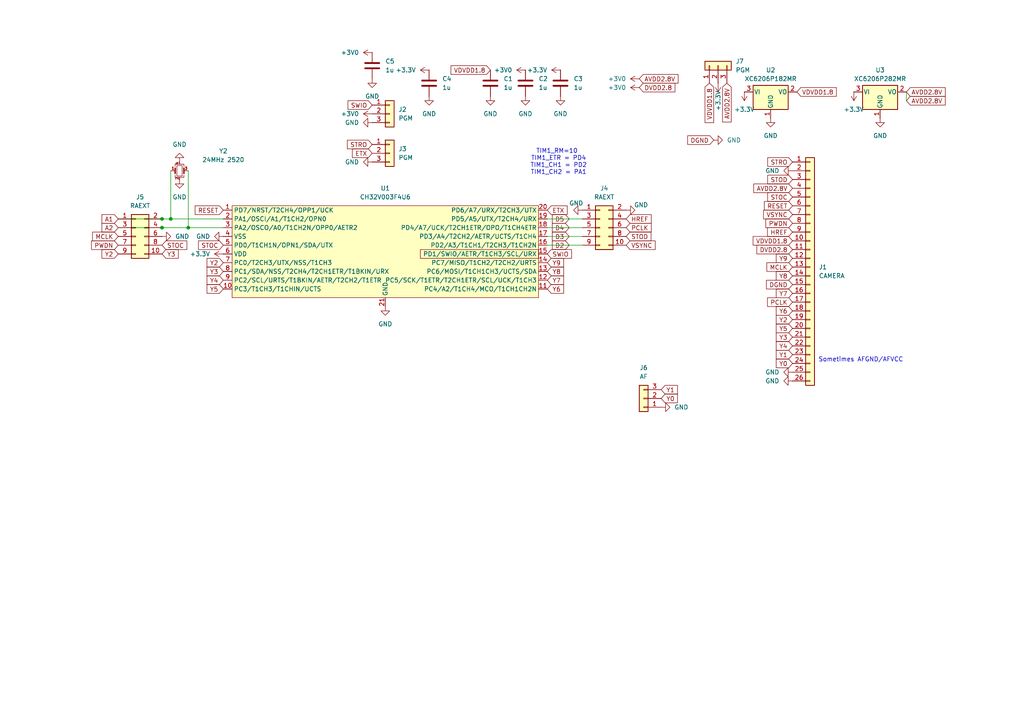
<source format=kicad_sch>
(kicad_sch (version 20250114) (generator "eeschema") (generator_version "9.0")
  (paper "A4")
  (lib_symbols
    (symbol "Connector_Generic:Conn_01x03" (pin_names (offset 1.016) (hide yes))
      (property "Reference" "J" (at 0 5.08 0))
      (property "Value" "Conn_01x03" (at 0 -5.08 0))
      (symbol "Conn_01x03_1_1"
        (rectangle (start -1.27 3.81) (end 1.27 -3.81) (stroke (width 0.254)) (fill (type background)))
        (rectangle (start -1.27 2.667) (end 0 2.413) (stroke (width 0.1524)))
        (rectangle (start -1.27 0.127) (end 0 -0.127) (stroke (width 0.1524)))
        (rectangle (start -1.27 -2.413) (end 0 -2.667) (stroke (width 0.1524)))
        (pin passive line (at -5.08 2.54 0) (length 3.81) (name "Pin_1") (number "1"))
        (pin passive line (at -5.08 0 0) (length 3.81) (name "Pin_2") (number "2"))
        (pin passive line (at -5.08 -2.54 0) (length 3.81) (name "Pin_3") (number "3"))
      )
    )
    (symbol "Connector_Generic:Conn_01x26" (pin_names (offset 1.016) (hide yes))
      (property "Reference" "J" (at 0 33.02 0))
      (property "Value" "Conn_01x26" (at 0 -35.56 0))
      (symbol "Conn_01x26_1_1"
        (rectangle (start -1.27 31.75) (end 1.27 -34.29) (stroke (width 0.254)) (fill (type background)))
        (rectangle (start -1.27 30.607) (end 0 30.353) (stroke (width 0.1524)))
        (rectangle (start -1.27 28.067) (end 0 27.813) (stroke (width 0.1524)))
        (rectangle (start -1.27 25.527) (end 0 25.273) (stroke (width 0.1524)))
        (rectangle (start -1.27 22.987) (end 0 22.733) (stroke (width 0.1524)))
        (rectangle (start -1.27 20.447) (end 0 20.193) (stroke (width 0.1524)))
        (rectangle (start -1.27 17.907) (end 0 17.653) (stroke (width 0.1524)))
        (rectangle (start -1.27 15.367) (end 0 15.113) (stroke (width 0.1524)))
        (rectangle (start -1.27 12.827) (end 0 12.573) (stroke (width 0.1524)))
        (rectangle (start -1.27 10.287) (end 0 10.033) (stroke (width 0.1524)))
        (rectangle (start -1.27 7.747) (end 0 7.493) (stroke (width 0.1524)))
        (rectangle (start -1.27 5.207) (end 0 4.953) (stroke (width 0.1524)))
        (rectangle (start -1.27 2.667) (end 0 2.413) (stroke (width 0.1524)))
        (rectangle (start -1.27 0.127) (end 0 -0.127) (stroke (width 0.1524)))
        (rectangle (start -1.27 -2.413) (end 0 -2.667) (stroke (width 0.1524)))
        (rectangle (start -1.27 -4.953) (end 0 -5.207) (stroke (width 0.1524)))
        (rectangle (start -1.27 -7.493) (end 0 -7.747) (stroke (width 0.1524)))
        (rectangle (start -1.27 -10.033) (end 0 -10.287) (stroke (width 0.1524)))
        (rectangle (start -1.27 -12.573) (end 0 -12.827) (stroke (width 0.1524)))
        (rectangle (start -1.27 -15.113) (end 0 -15.367) (stroke (width 0.1524)))
        (rectangle (start -1.27 -17.653) (end 0 -17.907) (stroke (width 0.1524)))
        (rectangle (start -1.27 -20.193) (end 0 -20.447) (stroke (width 0.1524)))
        (rectangle (start -1.27 -22.733) (end 0 -22.987) (stroke (width 0.1524)))
        (rectangle (start -1.27 -25.273) (end 0 -25.527) (stroke (width 0.1524)))
        (rectangle (start -1.27 -27.813) (end 0 -28.067) (stroke (width 0.1524)))
        (rectangle (start -1.27 -30.353) (end 0 -30.607) (stroke (width 0.1524)))
        (rectangle (start -1.27 -32.893) (end 0 -33.147) (stroke (width 0.1524)))
        (pin passive line (at -5.08 30.48 0) (length 3.81) (name "Pin_1") (number "1"))
        (pin passive line (at -5.08 27.94 0) (length 3.81) (name "Pin_2") (number "2"))
        (pin passive line (at -5.08 25.4 0) (length 3.81) (name "Pin_3") (number "3"))
        (pin passive line (at -5.08 22.86 0) (length 3.81) (name "Pin_4") (number "4"))
        (pin passive line (at -5.08 20.32 0) (length 3.81) (name "Pin_5") (number "5"))
        (pin passive line (at -5.08 17.78 0) (length 3.81) (name "Pin_6") (number "6"))
        (pin passive line (at -5.08 15.24 0) (length 3.81) (name "Pin_7") (number "7"))
        (pin passive line (at -5.08 12.7 0) (length 3.81) (name "Pin_8") (number "8"))
        (pin passive line (at -5.08 10.16 0) (length 3.81) (name "Pin_9") (number "9"))
        (pin passive line (at -5.08 7.62 0) (length 3.81) (name "Pin_10") (number "10"))
        (pin passive line (at -5.08 5.08 0) (length 3.81) (name "Pin_11") (number "11"))
        (pin passive line (at -5.08 2.54 0) (length 3.81) (name "Pin_12") (number "12"))
        (pin passive line (at -5.08 0 0) (length 3.81) (name "Pin_13") (number "13"))
        (pin passive line (at -5.08 -2.54 0) (length 3.81) (name "Pin_14") (number "14"))
        (pin passive line (at -5.08 -5.08 0) (length 3.81) (name "Pin_15") (number "15"))
        (pin passive line (at -5.08 -7.62 0) (length 3.81) (name "Pin_16") (number "16"))
        (pin passive line (at -5.08 -10.16 0) (length 3.81) (name "Pin_17") (number "17"))
        (pin passive line (at -5.08 -12.7 0) (length 3.81) (name "Pin_18") (number "18"))
        (pin passive line (at -5.08 -15.24 0) (length 3.81) (name "Pin_19") (number "19"))
        (pin passive line (at -5.08 -17.78 0) (length 3.81) (name "Pin_20") (number "20"))
        (pin passive line (at -5.08 -20.32 0) (length 3.81) (name "Pin_21") (number "21"))
        (pin passive line (at -5.08 -22.86 0) (length 3.81) (name "Pin_22") (number "22"))
        (pin passive line (at -5.08 -25.4 0) (length 3.81) (name "Pin_23") (number "23"))
        (pin passive line (at -5.08 -27.94 0) (length 3.81) (name "Pin_24") (number "24"))
        (pin passive line (at -5.08 -30.48 0) (length 3.81) (name "Pin_25") (number "25"))
        (pin passive line (at -5.08 -33.02 0) (length 3.81) (name "Pin_26") (number "26"))
      )
    )
    (symbol "Connector_Generic:Conn_02x05_Odd_Even" (pin_names (offset 1.016) (hide yes))
      (property "Reference" "J" (at 1.27 7.62 0))
      (property "Value" "Conn_02x05_Odd_Even" (at 1.27 -7.62 0))
      (symbol "Conn_02x05_Odd_Even_1_1"
        (rectangle (start -1.27 6.35) (end 3.81 -6.35) (stroke (width 0.254)) (fill (type background)))
        (rectangle (start -1.27 5.207) (end 0 4.953) (stroke (width 0.1524)))
        (rectangle (start -1.27 2.667) (end 0 2.413) (stroke (width 0.1524)))
        (rectangle (start -1.27 0.127) (end 0 -0.127) (stroke (width 0.1524)))
        (rectangle (start -1.27 -2.413) (end 0 -2.667) (stroke (width 0.1524)))
        (rectangle (start -1.27 -4.953) (end 0 -5.207) (stroke (width 0.1524)))
        (rectangle (start 3.81 5.207) (end 2.54 4.953) (stroke (width 0.1524)))
        (rectangle (start 3.81 2.667) (end 2.54 2.413) (stroke (width 0.1524)))
        (rectangle (start 3.81 0.127) (end 2.54 -0.127) (stroke (width 0.1524)))
        (rectangle (start 3.81 -2.413) (end 2.54 -2.667) (stroke (width 0.1524)))
        (rectangle (start 3.81 -4.953) (end 2.54 -5.207) (stroke (width 0.1524)))
        (pin passive line (at -5.08 5.08 0) (length 3.81) (name "Pin_1") (number "1"))
        (pin passive line (at -5.08 2.54 0) (length 3.81) (name "Pin_3") (number "3"))
        (pin passive line (at -5.08 0 0) (length 3.81) (name "Pin_5") (number "5"))
        (pin passive line (at -5.08 -2.54 0) (length 3.81) (name "Pin_7") (number "7"))
        (pin passive line (at -5.08 -5.08 0) (length 3.81) (name "Pin_9") (number "9"))
        (pin passive line (at 7.62 5.08 180) (length 3.81) (name "Pin_2") (number "2"))
        (pin passive line (at 7.62 2.54 180) (length 3.81) (name "Pin_4") (number "4"))
        (pin passive line (at 7.62 0 180) (length 3.81) (name "Pin_6") (number "6"))
        (pin passive line (at 7.62 -2.54 180) (length 3.81) (name "Pin_8") (number "8"))
        (pin passive line (at 7.62 -5.08 180) (length 3.81) (name "Pin_10") (number "10"))
      )
    )
    (symbol "Device:C" (pin_numbers (hide yes)) (pin_names (offset 0.254))
      (property "Reference" "C" (at 0.635 2.54 0))
      (property "Value" "C" (at 0.635 -2.54 0))
      (symbol "C_0_1"
        (polyline (pts (xy -2.032 0.762) (xy 2.032 0.762)) (stroke (width 0.508)))
        (polyline (pts (xy -2.032 -0.762) (xy 2.032 -0.762)) (stroke (width 0.508)))
      )
      (symbol "C_1_1"
        (pin passive line (at 0 3.81 270) (length 2.794) (name "~") (number "1"))
        (pin passive line (at 0 -3.81 90) (length 2.794) (name "~") (number "2"))
      )
    )
    (symbol "Device:Crystal_GND24_Small" (pin_names (offset 1.016) (hide yes))
      (property "Reference" "Y" (at 1.27 4.445 0))
      (property "Value" "Crystal_GND24_Small" (at 1.27 2.54 0))
      (symbol "Crystal_GND24_Small_0_1"
        (polyline (pts (xy -1.27 1.27) (xy -1.27 1.905) (xy 1.27 1.905) (xy 1.27 1.27)))
        (polyline (pts (xy -1.27 -0.762) (xy -1.27 0.762)) (stroke (width 0.381)))
        (polyline (pts (xy -1.27 -1.27) (xy -1.27 -1.905) (xy 1.27 -1.905) (xy 1.27 -1.27)))
        (rectangle (start -0.762 -1.524) (end 0.762 1.524))
        (polyline (pts (xy 1.27 -0.762) (xy 1.27 0.762)) (stroke (width 0.381)))
      )
      (symbol "Crystal_GND24_Small_1_1"
        (pin passive line (at -2.54 0 0) (length 1.27) (name "1") (number "1"))
        (pin passive line (at 0 2.54 270) (length 0.635) (name "4") (number "4"))
        (pin passive line (at 0 -2.54 90) (length 0.635) (name "2") (number "2"))
        (pin passive line (at 2.54 0 180) (length 1.27) (name "3") (number "3"))
      )
    )
    (symbol "Regulator_Linear:LT1085-3.6" (pin_names (offset 0.254))
      (property "Reference" "U" (at -3.81 3.175 0))
      (property "Value" "LT1085-3.6" (at 0 3.175 0))
      (symbol "LT1085-3.6_0_1"
        (rectangle (start -5.08 1.905) (end 5.08 -5.08) (stroke (width 0.254)) (fill (type background)))
      )
      (symbol "LT1085-3.6_1_1"
        (pin power_in line (at -7.62 0 0) (length 2.54) (name "VI") (number "3"))
        (pin power_in line (at 0 -7.62 90) (length 2.54) (name "GND") (number "1"))
        (pin power_out line (at 7.62 0 180) (length 2.54) (name "VO") (number "2"))
      )
    )
    (symbol "cnhardware:CH32V003F4U6"
      (property "Reference" "U2" (at 0 17.78 0))
      (property "Value" "CH32V003F4U6" (at 0 15.24 0))
      (symbol "CH32V003F4U6_0_1"
        (rectangle (start -44.45 12.7) (end 44.45 -13.97) (fill (type background)))
        (rectangle (start 10.16 0) (end 44.45 -2.54) (fill (type background)))
      )
      (symbol "CH32V003F4U6_1_1"
        (pin bidirectional line (at -46.99 11.43 0) (length 2.54) (name "PD7/NRST/T2CH4/OPP1/UCK") (number "1"))
        (pin bidirectional line (at -46.99 8.89 0) (length 2.54) (name "PA1/OSCI/A1/T1CH2/OPN0") (number "2"))
        (pin bidirectional line (at -46.99 6.35 0) (length 2.54) (name "PA2/OSCO/A0/T1CH2N/OPP0/AETR2") (number "3"))
        (pin bidirectional line (at -46.99 3.81 0) (length 2.54) (name "VSS") (number "4"))
        (pin bidirectional line (at -46.99 1.27 0) (length 2.54) (name "PD0/T1CH1N/OPN1/SDA/UTX") (number "5"))
        (pin bidirectional line (at -46.99 -1.27 0) (length 2.54) (name "VDD") (number "6"))
        (pin bidirectional line (at -46.99 -3.81 0) (length 2.54) (name "PC0/T2CH3/UTX/NSS/T1CH3") (number "7"))
        (pin bidirectional line (at -46.99 -6.35 0) (length 2.54) (name "PC1/SDA/NSS/T2CH4/T2CH1ETR/T1BKIN/URX") (number "8"))
        (pin bidirectional line (at -46.99 -8.89 0) (length 2.54) (name "PC2/SCL/URTS/T1BKIN/AETR/T2CH2/T1ETR") (number "9"))
        (pin bidirectional line (at -46.99 -11.43 0) (length 2.54) (name "PC3/T1CH3/T1CHIN/UCTS") (number "10"))
        (pin bidirectional line (at 0 -16.51 90) (length 2.54) (name "GND") (number "21"))
        (pin bidirectional line (at 46.99 11.43 180) (length 2.54) (name "PD6/A7/URX/T2CH3/UTX") (number "20"))
        (pin bidirectional line (at 46.99 8.89 180) (length 2.54) (name "PD5/A5/UTX/T2CH4/URX") (number "19"))
        (pin bidirectional line (at 46.99 6.35 180) (length 2.54) (name "PD4/A7/UCK/T2CH1ETR/OPO/T1CH4ETR") (number "18"))
        (pin bidirectional line (at 46.99 3.81 180) (length 2.54) (name "PD3/A4/T2CH2/AETR/UCTS/T1CH4") (number "17"))
        (pin bidirectional line (at 46.99 1.27 180) (length 2.54) (name "PD2/A3/T1CH1/T2CH3/T1CH2N") (number "16"))
        (pin bidirectional line (at 46.99 -1.27 180) (length 2.54) (name "PD1/SWIO/AETR/T1CH3/SCL/URX") (number "15"))
        (pin bidirectional line (at 46.99 -3.81 180) (length 2.54) (name "PC7/MISO/T1CH2/T2CH2/URTS") (number "14"))
        (pin bidirectional line (at 46.99 -6.35 180) (length 2.54) (name "PC6/MOSI/T1CH1CH3/UCTS/SDA") (number "13"))
        (pin bidirectional line (at 46.99 -8.89 180) (length 2.54) (name "PC5/SCK/T1ETR/T2CH1ETR/SCL/UCK/T1CH3") (number "12"))
        (pin bidirectional line (at 46.99 -11.43 180) (length 2.54) (name "PC4/A2/T1CH4/MCO/T1CH1CH2N") (number "11"))
      )
    )
    (symbol "power:+3.3V" (power) (pin_numbers (hide yes)) (pin_names (offset 0) (hide yes))
      (property "Value" "+3.3V" (at 0 3.556 0))
      (symbol "+3.3V_0_1"
        (polyline (pts (xy -0.762 1.27) (xy 0 2.54)))
        (polyline (pts (xy 0 2.54) (xy 0.762 1.27)))
        (polyline (pts (xy 0 0) (xy 0 2.54)))
      )
      (symbol "+3.3V_1_1"
        (pin power_in line (at 0 0 90) (length 0) (name "~") (number "1"))
      )
    )
    (symbol "power:+3V0" (power) (pin_numbers (hide yes)) (pin_names (offset 0) (hide yes))
      (property "Value" "+3V0" (at 0 3.556 0))
      (symbol "+3V0_0_1"
        (polyline (pts (xy -0.762 1.27) (xy 0 2.54)))
        (polyline (pts (xy 0 2.54) (xy 0.762 1.27)))
        (polyline (pts (xy 0 0) (xy 0 2.54)))
      )
      (symbol "+3V0_1_1"
        (pin power_in line (at 0 0 90) (length 0) (name "~") (number "1"))
      )
    )
    (symbol "power:GND" (power) (pin_numbers (hide yes)) (pin_names (offset 0) (hide yes))
      (property "Value" "GND" (at 0 -3.81 0))
      (symbol "GND_0_1"
        (polyline (pts (xy 0 0) (xy 0 -1.27) (xy 1.27 -1.27) (xy 0 -2.54) (xy -1.27 -1.27) (xy 0 -1.27)))
      )
      (symbol "GND_1_1"
        (pin power_in line (at 0 0 270) (length 0) (name "~") (number "1"))
      )
    )
  )
  (text "Sometimes AFGND/AFVCC" (at 249.682 104.394 0) (effects (font (size 1.27 1.27))))
  (text "TIM1_RM=10\n TIM1_ETR = PD4\n TIM1_CH1 = PD2\n TIM1_CH2 = PA1" (at 161.544 46.99 0) (effects (font (size 1.27 1.27))))
  (junction (at 49.53 63.5))
  (junction (at 54.61 66.04))
  (junction (at 46.99 63.5))
  (junction (at 46.99 66.04))
  (wire (pts (xy 54.61 49.53) (xy 54.61 66.04)))
  (wire (pts (xy 158.75 68.58) (xy 168.91 68.58)))
  (wire (pts (xy 34.29 63.5) (xy 46.99 63.5)))
  (wire (pts (xy 158.75 63.5) (xy 168.91 63.5)))
  (wire (pts (xy 49.53 63.5) (xy 64.77 63.5)))
  (wire (pts (xy 158.75 66.04) (xy 168.91 66.04)))
  (wire (pts (xy 262.89 26.67) (xy 262.89 29.21)))
  (wire (pts (xy 49.53 49.53) (xy 49.53 63.5)))
  (wire (pts (xy 46.99 66.04) (xy 54.61 66.04)))
  (wire (pts (xy 158.75 71.12) (xy 168.91 71.12)))
  (wire (pts (xy 54.61 66.04) (xy 64.77 66.04)))
  (wire (pts (xy 34.29 66.04) (xy 46.99 66.04)))
  (wire (pts (xy 46.99 63.5) (xy 49.53 63.5)))
  (global_label "Y7" (shape input) (at 229.87 85.09 180) (property "Intersheetrefs" "${INTERSHEET_REFS}" (effects (hide yes))))
  (global_label "Y5" (shape input) (at 64.77 83.82 180) (property "Intersheetrefs" "${INTERSHEET_REFS}" (effects (hide yes))))
  (global_label "STRO" (shape input) (at 229.87 46.99 180) (property "Intersheetrefs" "${INTERSHEET_REFS}" (effects (hide yes))))
  (global_label "VSYNC" (shape input) (at 229.87 62.23 180) (property "Intersheetrefs" "${INTERSHEET_REFS}" (effects (hide yes))))
  (global_label "Y8" (shape input) (at 158.75 78.74 0) (property "Intersheetrefs" "${INTERSHEET_REFS}" (effects (hide yes))))
  (global_label "HREF" (shape input) (at 229.87 67.31 180) (property "Intersheetrefs" "${INTERSHEET_REFS}" (effects (hide yes))))
  (global_label "PWDN" (shape input) (at 229.87 64.77 180) (property "Intersheetrefs" "${INTERSHEET_REFS}" (effects (hide yes))))
  (global_label "STRO" (shape input) (at 107.95 41.91 180) (property "Intersheetrefs" "${INTERSHEET_REFS}" (effects (hide yes))))
  (global_label "Y3" (shape input) (at 64.77 78.74 180) (property "Intersheetrefs" "${INTERSHEET_REFS}" (effects (hide yes))))
  (global_label "HREF" (shape input) (at 181.61 63.5 0) (property "Intersheetrefs" "${INTERSHEET_REFS}" (effects (hide yes))))
  (global_label "Y2" (shape input) (at 229.87 92.71 180) (property "Intersheetrefs" "${INTERSHEET_REFS}" (effects (hide yes))))
  (global_label "VSYNC" (shape input) (at 181.61 71.12 0) (property "Intersheetrefs" "${INTERSHEET_REFS}" (effects (hide yes))))
  (global_label "AVDD2.8V" (shape input) (at 262.89 26.67 0) (property "Intersheetrefs" "${INTERSHEET_REFS}" (effects (hide yes))))
  (global_label "Y3" (shape input) (at 46.99 73.66 0) (property "Intersheetrefs" "${INTERSHEET_REFS}" (effects (hide yes))))
  (global_label "AVDD2.8V" (shape input) (at 185.42 22.86 0) (property "Intersheetrefs" "${INTERSHEET_REFS}" (effects (hide yes))))
  (global_label "AVDD2.8V" (shape input) (at 262.89 29.21 0) (property "Intersheetrefs" "${INTERSHEET_REFS}" (effects (hide yes))))
  (global_label "RESET" (shape input) (at 229.87 59.69 180) (property "Intersheetrefs" "${INTERSHEET_REFS}" (effects (hide yes))))
  (global_label "D5" (shape input) (at 165.1 63.5 180) (property "Intersheetrefs" "${INTERSHEET_REFS}" (effects (hide yes))))
  (global_label "Y2" (shape input) (at 34.29 73.66 180) (property "Intersheetrefs" "${INTERSHEET_REFS}" (effects (hide yes))))
  (global_label "PWDN" (shape input) (at 34.29 71.12 180) (property "Intersheetrefs" "${INTERSHEET_REFS}" (effects (hide yes))))
  (global_label "DVDD2.8" (shape input) (at 229.87 72.39 180) (property "Intersheetrefs" "${INTERSHEET_REFS}" (effects (hide yes))))
  (global_label "PCLK" (shape input) (at 229.87 87.63 180) (property "Intersheetrefs" "${INTERSHEET_REFS}" (effects (hide yes))))
  (global_label "Y2" (shape input) (at 64.77 76.2 180) (property "Intersheetrefs" "${INTERSHEET_REFS}" (effects (hide yes))))
  (global_label "D2" (shape input) (at 165.1 71.12 180) (property "Intersheetrefs" "${INTERSHEET_REFS}" (effects (hide yes))))
  (global_label "Y4" (shape input) (at 64.77 81.28 180) (property "Intersheetrefs" "${INTERSHEET_REFS}" (effects (hide yes))))
  (global_label "MCLK" (shape input) (at 229.87 77.47 180) (property "Intersheetrefs" "${INTERSHEET_REFS}" (effects (hide yes))))
  (global_label "DGND" (shape input) (at 207.01 40.64 180) (property "Intersheetrefs" "${INTERSHEET_REFS}" (effects (hide yes))))
  (global_label "ETX" (shape input) (at 107.95 44.45 180) (property "Intersheetrefs" "${INTERSHEET_REFS}" (effects (hide yes))))
  (global_label "Y5" (shape input) (at 229.87 95.25 180) (property "Intersheetrefs" "${INTERSHEET_REFS}" (effects (hide yes))))
  (global_label "D4" (shape input) (at 165.1 66.04 180) (property "Intersheetrefs" "${INTERSHEET_REFS}" (effects (hide yes))))
  (global_label "AVDD2.8V" (shape input) (at 210.82 24.13 270) (property "Intersheetrefs" "${INTERSHEET_REFS}" (effects (hide yes))))
  (global_label "AVDD2.8V" (shape input) (at 229.87 54.61 180) (property "Intersheetrefs" "${INTERSHEET_REFS}" (effects (hide yes))))
  (global_label "Y1" (shape input) (at 229.87 102.87 180) (property "Intersheetrefs" "${INTERSHEET_REFS}" (effects (hide yes))))
  (global_label "A1" (shape input) (at 34.29 63.5 180) (property "Intersheetrefs" "${INTERSHEET_REFS}" (effects (hide yes))))
  (global_label "D3" (shape input) (at 165.1 68.58 180) (property "Intersheetrefs" "${INTERSHEET_REFS}" (effects (hide yes))))
  (global_label "Y0" (shape input) (at 191.77 115.57 0) (property "Intersheetrefs" "${INTERSHEET_REFS}" (effects (hide yes))))
  (global_label "VDVDD1.8" (shape input) (at 229.87 69.85 180) (property "Intersheetrefs" "${INTERSHEET_REFS}" (effects (hide yes))))
  (global_label "STOD" (shape input) (at 229.87 52.07 180) (property "Intersheetrefs" "${INTERSHEET_REFS}" (effects (hide yes))))
  (global_label "Y9" (shape input) (at 158.75 76.2 0) (property "Intersheetrefs" "${INTERSHEET_REFS}" (effects (hide yes))))
  (global_label "DGND" (shape input) (at 229.87 82.55 180) (property "Intersheetrefs" "${INTERSHEET_REFS}" (effects (hide yes))))
  (global_label "Y8" (shape input) (at 229.87 80.01 180) (property "Intersheetrefs" "${INTERSHEET_REFS}" (effects (hide yes))))
  (global_label "Y6" (shape input) (at 158.75 83.82 0) (property "Intersheetrefs" "${INTERSHEET_REFS}" (effects (hide yes))))
  (global_label "Y7" (shape input) (at 158.75 81.28 0) (property "Intersheetrefs" "${INTERSHEET_REFS}" (effects (hide yes))))
  (global_label "MCLK" (shape input) (at 34.29 68.58 180) (property "Intersheetrefs" "${INTERSHEET_REFS}" (effects (hide yes))))
  (global_label "A2" (shape input) (at 34.29 66.04 180) (property "Intersheetrefs" "${INTERSHEET_REFS}" (effects (hide yes))))
  (global_label "Y6" (shape input) (at 229.87 90.17 180) (property "Intersheetrefs" "${INTERSHEET_REFS}" (effects (hide yes))))
  (global_label "Y9" (shape input) (at 229.87 74.93 180) (property "Intersheetrefs" "${INTERSHEET_REFS}" (effects (hide yes))))
  (global_label "DVDD2.8" (shape input) (at 185.42 25.4 0) (property "Intersheetrefs" "${INTERSHEET_REFS}" (effects (hide yes))))
  (global_label "VDVDD1.8" (shape input) (at 205.74 24.13 270) (property "Intersheetrefs" "${INTERSHEET_REFS}" (effects (hide yes))))
  (global_label "SWIO" (shape input) (at 107.95 30.48 180) (property "Intersheetrefs" "${INTERSHEET_REFS}" (effects (hide yes))))
  (global_label "STOC" (shape input) (at 46.99 71.12 0) (property "Intersheetrefs" "${INTERSHEET_REFS}" (effects (hide yes))))
  (global_label "SWIO" (shape input) (at 158.75 73.66 0) (property "Intersheetrefs" "${INTERSHEET_REFS}" (effects (hide yes))))
  (global_label "VDVDD1.8" (shape input) (at 231.14 26.67 0) (property "Intersheetrefs" "${INTERSHEET_REFS}" (effects (hide yes))))
  (global_label "STOD" (shape input) (at 181.61 68.58 0) (property "Intersheetrefs" "${INTERSHEET_REFS}" (effects (hide yes))))
  (global_label "Y0" (shape input) (at 229.87 105.41 180) (property "Intersheetrefs" "${INTERSHEET_REFS}" (effects (hide yes))))
  (global_label "Y4" (shape input) (at 229.87 100.33 180) (property "Intersheetrefs" "${INTERSHEET_REFS}" (effects (hide yes))))
  (global_label "STOC" (shape input) (at 64.77 71.12 180) (property "Intersheetrefs" "${INTERSHEET_REFS}" (effects (hide yes))))
  (global_label "PCLK" (shape input) (at 181.61 66.04 0) (property "Intersheetrefs" "${INTERSHEET_REFS}" (effects (hide yes))))
  (global_label "RESET" (shape input) (at 64.77 60.96 180) (property "Intersheetrefs" "${INTERSHEET_REFS}" (effects (hide yes))))
  (global_label "Y3" (shape input) (at 229.87 97.79 180) (property "Intersheetrefs" "${INTERSHEET_REFS}" (effects (hide yes))))
  (global_label "STOC" (shape input) (at 229.87 57.15 180) (property "Intersheetrefs" "${INTERSHEET_REFS}" (effects (hide yes))))
  (global_label "Y1" (shape input) (at 191.77 113.03 0) (property "Intersheetrefs" "${INTERSHEET_REFS}" (effects (hide yes))))
  (global_label "VDVDD1.8" (shape input) (at 142.24 20.32 180) (property "Intersheetrefs" "${INTERSHEET_REFS}" (effects (hide yes))))
  (global_label "ETX" (shape input) (at 158.75 60.96 0) (property "Intersheetrefs" "${INTERSHEET_REFS}" (effects (hide yes))))
  (symbol (lib_id "power:GND") (at 152.4 27.94 0) (unit 1)
    (property "Reference" "#PWR012" (effects (hide yes)))
    (property "Value" "GND" (at 152.4 33.02 0))
    (property "Description" "Power symbol creates a global label with name \"GND\" , ground" (effects (hide yes)))
  )
  (symbol (lib_id "power:+3.3V") (at 215.9 26.67 180) (unit 1)
    (property "Reference" "#PWR025" (effects (hide yes)))
    (property "Value" "+3.3V" (at 215.9 31.75 0))
    (property "Description" "Power symbol creates a global label with name \"+3.3V\"" (effects (hide yes)))
  )
  (symbol (lib_id "power:GND") (at 181.61 60.96 90) (unit 1)
    (property "Reference" "#PWR018" (effects (hide yes)))
    (property "Value" "GND" (at 183.896 59.436 90) (effects (justify right)))
    (property "Description" "Power symbol creates a global label with name \"GND\" , ground" (effects (hide yes)))
  )
  (symbol (lib_id "power:GND") (at 107.95 22.86 0) (unit 1)
    (property "Reference" "#PWR032" (effects (hide yes)))
    (property "Value" "GND" (at 107.95 27.94 0))
    (property "Description" "Power symbol creates a global label with name \"GND\" , ground" (effects (hide yes)))
  )
  (symbol (lib_id "Connector_Generic:Conn_01x03") (at 113.03 44.45 0) (unit 1)
    (property "Reference" "J3" (at 115.57 43.1799 0) (effects (justify left)))
    (property "Value" "PGM" (at 115.57 45.7199 0) (effects (justify left)))
    (property "Footprint" "Connector_PinHeader_2.54mm:PinHeader_1x03_P2.54mm_Vertical" (effects (hide yes)))
    (property "Description" "Generic connector, single row, 01x03, script generated (kicad-library-utils/schlib/autogen/connector/)" (effects (hide yes)))
    (property "LCSC" "C2937625" (effects (hide yes)))
  )
  (symbol (lib_id "Connector_Generic:Conn_02x05_Odd_Even") (at 39.37 68.58 0) (unit 1)
    (property "Reference" "J5" (at 40.64 57.15 0))
    (property "Value" "RAEXT" (at 40.64 59.69 0))
    (property "Footprint" "Connector_PinHeader_2.54mm:PinHeader_2x05_P2.54mm_Vertical" (effects (hide yes)))
    (property "Description" "Generic connector, double row, 02x05, odd/even pin numbering scheme (row 1 odd numbers, row 2 even numbers), script generated (kicad-library-utils/schlib/autogen/connector/)" (effects (hide yes)))
    (property "LCSC" "C492422" (effects (hide yes)))
  )
  (symbol (lib_id "power:+3.3V") (at 247.65 26.67 180) (unit 1)
    (property "Reference" "#PWR026" (effects (hide yes)))
    (property "Value" "+3.3V" (at 247.65 31.75 0))
    (property "Description" "Power symbol creates a global label with name \"+3.3V\"" (effects (hide yes)))
  )
  (symbol (lib_id "Device:C") (at 124.46 24.13 0) (unit 1)
    (property "Reference" "C4" (at 128.27 22.8599 0) (effects (justify left)))
    (property "Value" "1u" (at 128.27 25.3999 0) (effects (justify left)))
    (property "Footprint" "Capacitor_SMD:C_0402_1005Metric" (effects (hide yes)))
    (property "Description" "Unpolarized capacitor" (effects (hide yes)))
    (property "LCSC" "C52923" (effects (hide yes)))
  )
  (symbol (lib_id "power:+3.3V") (at 124.46 20.32 90) (unit 1)
    (property "Reference" "#PWR030" (effects (hide yes)))
    (property "Value" "+3.3V" (at 120.65 20.3199 90) (effects (justify left)))
    (property "Description" "Power symbol creates a global label with name \"+3.3V\"" (effects (hide yes)))
  )
  (symbol (lib_id "power:GND") (at 223.52 34.29 0) (unit 1)
    (property "Reference" "#PWR024" (effects (hide yes)))
    (property "Value" "GND" (at 223.52 39.37 0))
    (property "Description" "Power symbol creates a global label with name \"GND\" , ground" (effects (hide yes)))
  )
  (symbol (lib_id "power:GND") (at 191.77 118.11 90) (unit 1)
    (property "Reference" "#PWR019" (effects (hide yes)))
    (property "Value" "GND" (at 195.58 118.1099 90) (effects (justify right)))
    (property "Description" "Power symbol creates a global label with name \"GND\" , ground" (effects (hide yes)))
  )
  (symbol (lib_id "Device:C") (at 107.95 19.05 0) (unit 1)
    (property "Reference" "C5" (at 111.76 17.7799 0) (effects (justify left)))
    (property "Value" "1u" (at 111.76 20.3199 0) (effects (justify left)))
    (property "Footprint" "Capacitor_SMD:C_0402_1005Metric" (effects (hide yes)))
    (property "Description" "Unpolarized capacitor" (effects (hide yes)))
    (property "LCSC" "C52923" (effects (hide yes)))
  )
  (symbol (lib_id "power:GND") (at 107.95 35.56 270) (unit 1)
    (property "Reference" "#PWR014" (effects (hide yes)))
    (property "Value" "GND" (at 104.14 35.5599 90) (effects (justify right)))
    (property "Description" "Power symbol creates a global label with name \"GND\" , ground" (effects (hide yes)))
  )
  (symbol (lib_id "power:+3.3V") (at 162.56 20.32 90) (unit 1)
    (property "Reference" "#PWR06" (effects (hide yes)))
    (property "Value" "+3.3V" (at 158.75 20.3199 90) (effects (justify left)))
    (property "Description" "Power symbol creates a global label with name \"+3.3V\"" (effects (hide yes)))
  )
  (symbol (lib_id "power:+3V0") (at 185.42 22.86 90) (unit 1)
    (property "Reference" "#PWR07" (effects (hide yes)))
    (property "Value" "+3V0" (at 181.61 22.8599 90) (effects (justify left)))
    (property "Description" "Power symbol creates a global label with name \"+3V0\"" (effects (hide yes)))
  )
  (symbol (lib_id "Regulator_Linear:LT1085-3.6") (at 223.52 26.67 0) (unit 1)
    (property "Reference" "U2" (at 223.52 20.32 0))
    (property "Value" "XC6206P182MR" (at 223.52 22.86 0))
    (property "Footprint" "Package_TO_SOT_SMD:SOT-23" (effects (hide yes)))
    (property "Datasheet" "https://www.analog.com/media/en/technical-documentation/data-sheets/1083ffe.pdf" (effects (hide yes)))
    (property "Description" "3.0A 20V LDO Linear Regulator, Fixed Output 3.6V, TO-220/TO-263" (effects (hide yes)))
    (property "LCSC" "C347373" (effects (hide yes)))
  )
  (symbol (lib_id "power:+3V0") (at 107.95 15.24 90) (unit 1)
    (property "Reference" "#PWR031" (effects (hide yes)))
    (property "Value" "+3V0" (at 104.14 15.2399 90) (effects (justify left)))
    (property "Description" "Power symbol creates a global label with name \"+3V0\"" (effects (hide yes)))
  )
  (symbol (lib_id "power:GND") (at 229.87 107.95 270) (unit 1)
    (property "Reference" "#PWR02" (effects (hide yes)))
    (property "Value" "GND" (at 226.06 107.9499 90) (effects (justify right)))
    (property "Description" "Power symbol creates a global label with name \"GND\" , ground" (effects (hide yes)))
  )
  (symbol (lib_id "Regulator_Linear:LT1085-3.6") (at 255.27 26.67 0) (unit 1)
    (property "Reference" "U3" (at 255.27 20.32 0))
    (property "Value" "XC6206P282MR" (at 255.27 22.86 0))
    (property "Footprint" "Package_TO_SOT_SMD:SOT-23" (effects (hide yes)))
    (property "Datasheet" "https://www.analog.com/media/en/technical-documentation/data-sheets/1083ffe.pdf" (effects (hide yes)))
    (property "Description" "3.0A 20V LDO Linear Regulator, Fixed Output 3.6V, TO-220/TO-263" (effects (hide yes)))
    (property "LCSC" "C347374" (effects (hide yes)))
  )
  (symbol (lib_id "power:GND") (at 107.95 46.99 270) (unit 1)
    (property "Reference" "#PWR016" (effects (hide yes)))
    (property "Value" "GND" (at 104.14 46.9899 90) (effects (justify right)))
    (property "Description" "Power symbol creates a global label with name \"GND\" , ground" (effects (hide yes)))
  )
  (symbol (lib_id "power:+3.3V") (at 208.28 24.13 180) (unit 1)
    (property "Reference" "#PWR011" (effects (hide yes)))
    (property "Value" "+3.3V" (at 208.28 29.21 90))
    (property "Description" "Power symbol creates a global label with name \"+3.3V\"" (effects (hide yes)))
  )
  (symbol (lib_id "power:GND") (at 162.56 27.94 0) (unit 1)
    (property "Reference" "#PWR013" (effects (hide yes)))
    (property "Value" "GND" (at 162.56 33.02 0))
    (property "Description" "Power symbol creates a global label with name \"GND\" , ground" (effects (hide yes)))
  )
  (symbol (lib_id "power:GND") (at 255.27 34.29 0) (unit 1)
    (property "Reference" "#PWR027" (effects (hide yes)))
    (property "Value" "GND" (at 255.27 39.37 0))
    (property "Description" "Power symbol creates a global label with name \"GND\" , ground" (effects (hide yes)))
  )
  (symbol (lib_id "power:GND") (at 229.87 49.53 270) (unit 1)
    (property "Reference" "#PWR03" (effects (hide yes)))
    (property "Value" "GND" (at 226.06 49.5299 90) (effects (justify right)))
    (property "Description" "Power symbol creates a global label with name \"GND\" , ground" (effects (hide yes)))
  )
  (symbol (lib_id "power:GND") (at 142.24 27.94 0) (unit 1)
    (property "Reference" "#PWR09" (effects (hide yes)))
    (property "Value" "GND" (at 142.24 33.02 0))
    (property "Description" "Power symbol creates a global label with name \"GND\" , ground" (effects (hide yes)))
  )
  (symbol (lib_id "power:+3.3V") (at 64.77 73.66 90) (unit 1)
    (property "Reference" "#PWR028" (effects (hide yes)))
    (property "Value" "+3.3V" (at 60.96 73.6599 90) (effects (justify left)))
    (property "Description" "Power symbol creates a global label with name \"+3.3V\"" (effects (hide yes)))
  )
  (symbol (lib_id "power:GND") (at 52.07 52.07 0) (unit 1)
    (property "Reference" "#PWR021" (effects (hide yes)))
    (property "Value" "GND" (at 52.07 57.15 0))
    (property "Description" "Power symbol creates a global label with name \"GND\" , ground" (effects (hide yes)))
  )
  (symbol (lib_id "power:GND") (at 46.99 68.58 90) (unit 1)
    (property "Reference" "#PWR020" (effects (hide yes)))
    (property "Value" "GND" (at 50.8 68.5799 90) (effects (justify right)))
    (property "Description" "Power symbol creates a global label with name \"GND\" , ground" (effects (hide yes)))
  )
  (symbol (lib_id "power:+3V0") (at 107.95 33.02 90) (unit 1)
    (property "Reference" "#PWR015" (effects (hide yes)))
    (property "Value" "+3V0" (at 104.14 33.0199 90) (effects (justify left)))
    (property "Description" "Power symbol creates a global label with name \"+3V0\"" (effects (hide yes)))
  )
  (symbol (lib_id "Connector_Generic:Conn_01x03") (at 208.28 19.05 90) (unit 1)
    (property "Reference" "J7" (at 213.36 17.7799 90) (effects (justify right)))
    (property "Value" "PGM" (at 213.36 20.3199 90) (effects (justify right)))
    (property "Footprint" "Connector_PinHeader_2.54mm:PinHeader_1x03_P2.54mm_Vertical" (effects (hide yes)))
    (property "Description" "Generic connector, single row, 01x03, script generated (kicad-library-utils/schlib/autogen/connector/)" (effects (hide yes)))
    (property "LCSC" "C2937625" (effects (hide yes)))
  )
  (symbol (lib_id "Device:C") (at 162.56 24.13 0) (unit 1)
    (property "Reference" "C3" (at 166.37 22.8599 0) (effects (justify left)))
    (property "Value" "1u" (at 166.37 25.3999 0) (effects (justify left)))
    (property "Footprint" "Capacitor_SMD:C_0402_1005Metric" (effects (hide yes)))
    (property "Description" "Unpolarized capacitor" (effects (hide yes)))
    (property "LCSC" "C52923" (effects (hide yes)))
  )
  (symbol (lib_id "power:GND") (at 64.77 68.58 270) (unit 1)
    (property "Reference" "#PWR05" (effects (hide yes)))
    (property "Value" "GND" (at 60.96 68.5799 90) (effects (justify right)))
    (property "Description" "Power symbol creates a global label with name \"GND\" , ground" (effects (hide yes)))
  )
  (symbol (lib_id "power:GND") (at 168.91 60.96 270) (unit 1)
    (property "Reference" "#PWR017" (effects (hide yes)))
    (property "Value" "GND" (at 169.164 58.928 90) (effects (justify right)))
    (property "Description" "Power symbol creates a global label with name \"GND\" , ground" (effects (hide yes)))
  )
  (symbol (lib_id "Connector_Generic:Conn_02x05_Odd_Even") (at 173.99 66.04 0) (unit 1)
    (property "Reference" "J4" (at 175.26 54.61 0))
    (property "Value" "RAEXT" (at 175.26 57.15 0))
    (property "Footprint" "Connector_PinHeader_2.54mm:PinHeader_2x05_P2.54mm_Vertical" (effects (hide yes)))
    (property "Description" "Generic connector, double row, 02x05, odd/even pin numbering scheme (row 1 odd numbers, row 2 even numbers), script generated (kicad-library-utils/schlib/autogen/connector/)" (effects (hide yes)))
    (property "LCSC" "C492422" (effects (hide yes)))
  )
  (symbol (lib_id "Device:C") (at 152.4 24.13 0) (unit 1)
    (property "Reference" "C2" (at 156.21 22.8599 0) (effects (justify left)))
    (property "Value" "1u" (at 156.21 25.3999 0) (effects (justify left)))
    (property "Footprint" "Capacitor_SMD:C_0402_1005Metric" (effects (hide yes)))
    (property "Description" "Unpolarized capacitor" (effects (hide yes)))
    (property "LCSC" "C52923" (effects (hide yes)))
  )
  (symbol (lib_id "Connector_Generic:Conn_01x03") (at 186.69 115.57 180) (unit 1)
    (property "Reference" "J6" (at 186.69 106.68 0))
    (property "Value" "AF" (at 186.69 109.22 0))
    (property "Footprint" "Connector_PinHeader_2.54mm:PinHeader_1x03_P2.54mm_Vertical" (effects (hide yes)))
    (property "Description" "Generic connector, single row, 01x03, script generated (kicad-library-utils/schlib/autogen/connector/)" (effects (hide yes)))
    (property "LCSC" "C2937625" (effects (hide yes)))
  )
  (symbol (lib_id "cnhardware:CH32V003F4U6") (at 111.76 72.39 0) (unit 1)
    (property "Reference" "U1" (at 111.76 54.61 0))
    (property "Value" "CH32V003F4U6" (at 111.76 57.15 0))
    (property "Footprint" "Package_DFN_QFN:QFN-20-1EP_3x3mm_P0.4mm_EP1.65x1.65mm" (effects (hide yes)))
    (property "LCSC" "C5299908" (effects (hide yes)))
  )
  (symbol (lib_id "power:GND") (at 124.46 27.94 0) (unit 1)
    (property "Reference" "#PWR029" (effects (hide yes)))
    (property "Value" "GND" (at 124.46 33.02 0))
    (property "Description" "Power symbol creates a global label with name \"GND\" , ground" (effects (hide yes)))
  )
  (symbol (lib_id "power:GND") (at 52.07 46.99 180) (unit 1)
    (property "Reference" "#PWR022" (effects (hide yes)))
    (property "Value" "GND" (at 52.07 41.91 0))
    (property "Description" "Power symbol creates a global label with name \"GND\" , ground" (effects (hide yes)))
  )
  (symbol (lib_id "power:+3V0") (at 185.42 25.4 90) (unit 1)
    (property "Reference" "#PWR08" (effects (hide yes)))
    (property "Value" "+3V0" (at 181.61 25.3999 90) (effects (justify left)))
    (property "Description" "Power symbol creates a global label with name \"+3V0\"" (effects (hide yes)))
  )
  (symbol (lib_id "Connector_Generic:Conn_01x26") (at 234.95 77.47 0) (unit 1)
    (property "Reference" "J1" (at 237.49 77.4699 0) (effects (justify left)))
    (property "Value" "CAMERA" (at 237.49 80.0099 0) (effects (justify left)))
    (property "Footprint" "cnhardware:XUNPU_FPC-05F-24PH15" (effects (hide yes)))
    (property "Description" "Generic connector, single row, 01x26, script generated (kicad-library-utils/schlib/autogen/connector/)" (effects (hide yes)))
    (property "LCSC" "C2856831" (effects (hide yes)))
  )
  (symbol (lib_id "Device:C") (at 142.24 24.13 0) (unit 1)
    (property "Reference" "C1" (at 146.05 22.8599 0) (effects (justify left)))
    (property "Value" "1u" (at 146.05 25.3999 0) (effects (justify left)))
    (property "Footprint" "Capacitor_SMD:C_0402_1005Metric" (effects (hide yes)))
    (property "Description" "Unpolarized capacitor" (effects (hide yes)))
    (property "LCSC" "C52923" (effects (hide yes)))
  )
  (symbol (lib_id "power:GND") (at 207.01 40.64 90) (unit 1)
    (property "Reference" "#PWR023" (effects (hide yes)))
    (property "Value" "GND" (at 210.82 40.6399 90) (effects (justify right)))
    (property "Description" "Power symbol creates a global label with name \"GND\" , ground" (effects (hide yes)))
  )
  (symbol (lib_id "power:GND") (at 111.76 88.9 0) (unit 1)
    (property "Reference" "#PWR04" (effects (hide yes)))
    (property "Value" "GND" (at 111.76 93.98 0))
    (property "Description" "Power symbol creates a global label with name \"GND\" , ground" (effects (hide yes)))
  )
  (symbol (lib_id "power:GND") (at 229.87 110.49 270) (unit 1)
    (property "Reference" "#PWR01" (effects (hide yes)))
    (property "Value" "GND" (at 226.06 110.4899 90) (effects (justify right)))
    (property "Description" "Power symbol creates a global label with name \"GND\" , ground" (effects (hide yes)))
  )
  (symbol (lib_id "Device:Crystal_GND24_Small") (at 52.07 49.53 0) (unit 1)
    (property "Reference" "Y2" (at 64.77 43.8082 0))
    (property "Value" "24MHz 2520" (at 64.77 46.3482 0))
    (property "Footprint" "Crystal:Crystal_SMD_2520-4Pin_2.5x2.0mm" (effects (hide yes)))
    (property "Description" "Four pin crystal, GND on pins 2 and 4, small symbol" (effects (hide yes)))
    (property "LCSC" "C2965580" (effects (hide yes)))
  )
  (symbol (lib_id "power:+3V0") (at 152.4 20.32 90) (unit 1)
    (property "Reference" "#PWR010" (effects (hide yes)))
    (property "Value" "+3V0" (at 148.59 20.3199 90) (effects (justify left)))
    (property "Description" "Power symbol creates a global label with name \"+3V0\"" (effects (hide yes)))
  )
  (symbol (lib_id "Connector_Generic:Conn_01x03") (at 113.03 33.02 0) (unit 1)
    (property "Reference" "J2" (at 115.57 31.7499 0) (effects (justify left)))
    (property "Value" "PGM" (at 115.57 34.2899 0) (effects (justify left)))
    (property "Footprint" "Connector_PinHeader_2.54mm:PinHeader_1x03_P2.54mm_Vertical" (effects (hide yes)))
    (property "Description" "Generic connector, single row, 01x03, script generated (kicad-library-utils/schlib/autogen/connector/)" (effects (hide yes)))
    (property "LCSC" "C2937625" (effects (hide yes)))
  )
)
</source>
